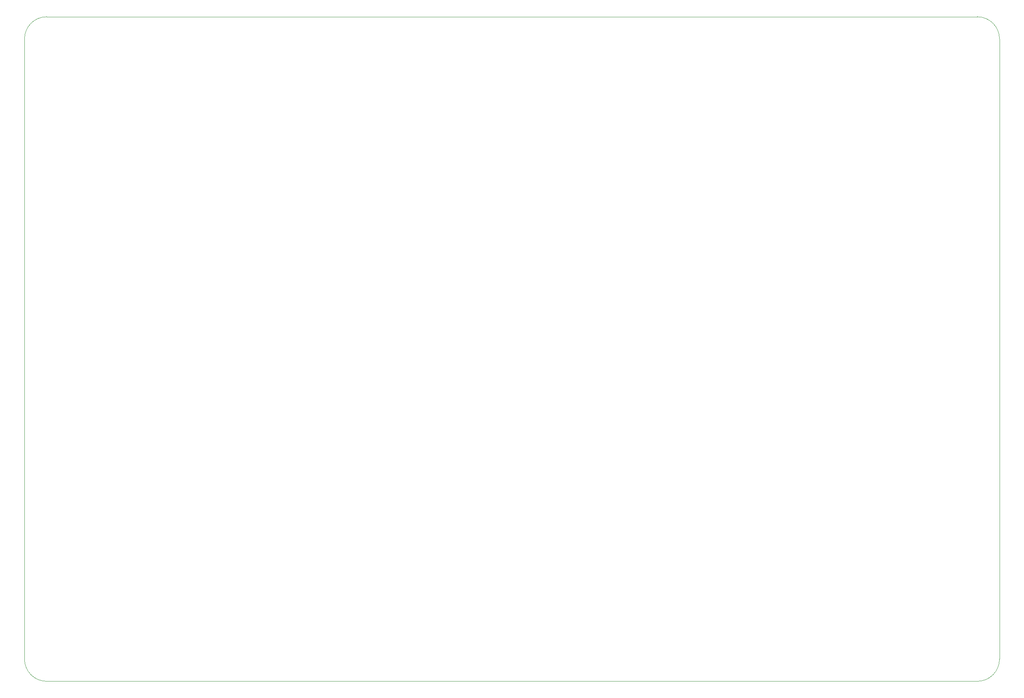
<source format=gm1>
G04 #@! TF.GenerationSoftware,KiCad,Pcbnew,5.1.4-5.1.4*
G04 #@! TF.CreationDate,2019-08-13T11:30:28+01:00*
G04 #@! TF.ProjectId,music5xxx,6d757369-6335-4787-9878-2e6b69636164,1*
G04 #@! TF.SameCoordinates,Original*
G04 #@! TF.FileFunction,Profile,NP*
%FSLAX46Y46*%
G04 Gerber Fmt 4.6, Leading zero omitted, Abs format (unit mm)*
G04 Created by KiCad (PCBNEW 5.1.4-5.1.4) date 2019-08-13 11:30:28*
%MOMM*%
%LPD*%
G04 APERTURE LIST*
%ADD10C,0.050000*%
G04 APERTURE END LIST*
D10*
X215000000Y0D02*
G75*
G02X220000000Y-5000000I0J-5000000D01*
G01*
X220000000Y-145000000D02*
G75*
G02X215000000Y-150000000I-5000000J0D01*
G01*
X5000000Y-150000000D02*
G75*
G02X0Y-145000000I0J5000000D01*
G01*
X0Y-5000000D02*
G75*
G02X5000000Y0I5000000J0D01*
G01*
X0Y-145000000D02*
X0Y-5000000D01*
X5000000Y-150000000D02*
X215000000Y-150000000D01*
X220000000Y-5000000D02*
X220000000Y-145000000D01*
X5000000Y0D02*
X215000000Y0D01*
M02*

</source>
